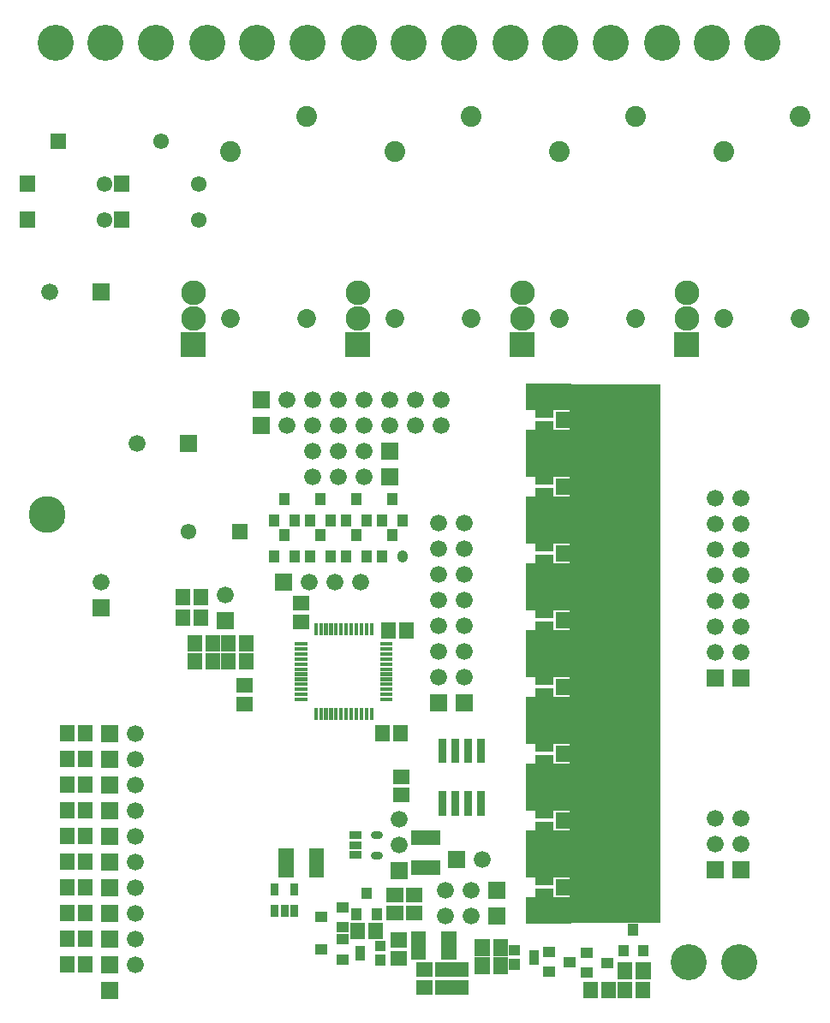
<source format=gbr>
G04 start of page 6 for group -4063 idx -4063 *
G04 Title: (unknown), componentmask *
G04 Creator: pcb 4.1.3 *
G04 CreationDate: Fri Aug 16 20:44:32 2019 UTC *
G04 For: leha *
G04 Format: Gerber/RS-274X *
G04 PCB-Dimensions (mil): 3149.61 3937.01 *
G04 PCB-Coordinate-Origin: lower left *
%MOIN*%
%FSLAX25Y25*%
%LNTOPMASK*%
%ADD90C,0.0400*%
%ADD89C,0.0300*%
%ADD88C,0.1438*%
%ADD87C,0.0960*%
%ADD86C,0.0808*%
%ADD85C,0.0729*%
%ADD84C,0.0610*%
%ADD83C,0.1400*%
%ADD82C,0.0001*%
%ADD81C,0.0660*%
G54D81*X168000Y149701D03*
Y159701D03*
Y169701D03*
Y179701D03*
G54D82*G36*
X164700Y123001D02*Y116401D01*
X171300D01*
Y123001D01*
X164700D01*
G37*
G54D81*X168000Y129701D03*
Y139701D03*
Y189701D03*
X178000D03*
G54D82*G36*
X174700Y123001D02*Y116401D01*
X181300D01*
Y123001D01*
X174700D01*
G37*
G54D81*X178000Y129701D03*
Y139701D03*
Y149701D03*
Y159701D03*
Y169701D03*
Y179701D03*
G54D82*G36*
X272200Y132501D02*Y125901D01*
X278800D01*
Y132501D01*
X272200D01*
G37*
G54D81*X275500Y139201D03*
Y149201D03*
Y159201D03*
Y169201D03*
Y179201D03*
Y189201D03*
Y199201D03*
X285500D03*
G54D82*G36*
X282200Y132501D02*Y125901D01*
X288800D01*
Y132501D01*
X282200D01*
G37*
G54D81*X285500Y139201D03*
Y149201D03*
Y159201D03*
Y169201D03*
Y179201D03*
Y189201D03*
G54D82*G36*
X187200Y40001D02*Y33401D01*
X193800D01*
Y40001D01*
X187200D01*
G37*
G36*
Y50001D02*Y43401D01*
X193800D01*
Y50001D01*
X187200D01*
G37*
G54D81*X180500Y36701D03*
X170500D03*
G54D82*G36*
X171700Y62001D02*Y55401D01*
X178300D01*
Y62001D01*
X171700D01*
G37*
G54D81*X185000Y58701D03*
X180500Y46701D03*
X170500D03*
G54D83*X285000Y18701D03*
X265300D03*
G54D82*G36*
X272200Y58001D02*Y51401D01*
X278800D01*
Y58001D01*
X272200D01*
G37*
G54D81*X275500Y64701D03*
Y74701D03*
G54D82*G36*
X282200Y58001D02*Y51401D01*
X288800D01*
Y58001D01*
X282200D01*
G37*
G54D81*X285500Y64701D03*
Y74701D03*
G54D82*G36*
X104200Y170001D02*Y163401D01*
X110800D01*
Y170001D01*
X104200D01*
G37*
G54D81*X117500Y166701D03*
X127500D03*
X137500D03*
G54D82*G36*
X81700Y155001D02*Y148401D01*
X88300D01*
Y155001D01*
X81700D01*
G37*
G54D81*X85000Y161701D03*
G54D82*G36*
X87550Y189251D02*Y183151D01*
X93650D01*
Y189251D01*
X87550D01*
G37*
G36*
X33200Y160001D02*Y153401D01*
X39800D01*
Y160001D01*
X33200D01*
G37*
G36*
X36700Y111001D02*Y104401D01*
X43300D01*
Y111001D01*
X36700D01*
G37*
G54D81*X50000Y107701D03*
G54D82*G36*
X36700Y101001D02*Y94401D01*
X43300D01*
Y101001D01*
X36700D01*
G37*
G54D84*X70600Y186201D03*
G54D82*G36*
X36700Y41001D02*Y34401D01*
X43300D01*
Y41001D01*
X36700D01*
G37*
G54D81*X50000Y37701D03*
G54D82*G36*
X36700Y51001D02*Y44401D01*
X43300D01*
Y51001D01*
X36700D01*
G37*
G54D81*X50000Y47701D03*
Y97701D03*
Y87701D03*
Y77701D03*
Y67701D03*
Y57701D03*
G54D82*G36*
X36700Y91001D02*Y84401D01*
X43300D01*
Y91001D01*
X36700D01*
G37*
G36*
Y81001D02*Y74401D01*
X43300D01*
Y81001D01*
X36700D01*
G37*
G36*
Y71001D02*Y64401D01*
X43300D01*
Y71001D01*
X36700D01*
G37*
G36*
Y61001D02*Y54401D01*
X43300D01*
Y61001D01*
X36700D01*
G37*
G36*
Y31001D02*Y24401D01*
X43300D01*
Y31001D01*
X36700D01*
G37*
G54D81*X50000Y27701D03*
G54D82*G36*
X36700Y21001D02*Y14401D01*
X43300D01*
Y21001D01*
X36700D01*
G37*
G54D81*X50000Y17701D03*
G54D82*G36*
X36700Y11001D02*Y4401D01*
X43300D01*
Y11001D01*
X36700D01*
G37*
G36*
X145700Y211001D02*Y204401D01*
X152300D01*
Y211001D01*
X145700D01*
G37*
G54D81*X139000Y207701D03*
G54D82*G36*
X145700Y221001D02*Y214401D01*
X152300D01*
Y221001D01*
X145700D01*
G37*
G54D81*X139000Y217701D03*
X129000Y207701D03*
X119000D03*
X129000Y217701D03*
X119000D03*
G54D82*G36*
X149200Y57501D02*Y50901D01*
X155800D01*
Y57501D01*
X149200D01*
G37*
G54D81*X152500Y64201D03*
Y74201D03*
X149000Y227701D03*
X159000D03*
X169000D03*
G54D82*G36*
X95700Y231001D02*Y224401D01*
X102300D01*
Y231001D01*
X95700D01*
G37*
G54D81*X109000Y227701D03*
G54D82*G36*
X95700Y241001D02*Y234401D01*
X102300D01*
Y241001D01*
X95700D01*
G37*
G54D81*X109000Y237701D03*
X119000Y227701D03*
X129000D03*
X139000D03*
X119000Y237701D03*
G54D85*X116500Y269201D03*
G54D81*X129000Y237701D03*
X36500Y166701D03*
G54D82*G36*
X67200Y224001D02*Y217401D01*
X73800D01*
Y224001D01*
X67200D01*
G37*
G54D83*X78000Y376701D03*
X97400D03*
X116800D03*
X137000D03*
X156400D03*
X175800D03*
G54D86*X150972Y334161D03*
X180500Y347941D03*
G54D84*X74500Y307701D03*
G54D86*X86972Y334161D03*
X116500Y347941D03*
G54D84*X74500Y321701D03*
G54D83*X196000Y376701D03*
X215400D03*
X234800D03*
X255000D03*
X274400D03*
X293800D03*
G54D85*X278972Y269201D03*
X308500D03*
G54D86*X278972Y334161D03*
X214972D03*
X308500Y347941D03*
X244500D03*
G54D85*X214972Y269201D03*
X244500D03*
G54D82*G36*
X259700Y264001D02*Y254401D01*
X269300D01*
Y264001D01*
X259700D01*
G37*
G54D87*X264500Y269201D03*
Y279201D03*
G54D81*X139000Y237701D03*
G54D82*G36*
X131700Y264001D02*Y254401D01*
X141300D01*
Y264001D01*
X131700D01*
G37*
G54D87*X136500Y269201D03*
Y279201D03*
G54D85*X150972Y269201D03*
G54D81*X149000Y237701D03*
X159000D03*
X169000D03*
G54D85*X180500Y269201D03*
G54D82*G36*
X195700Y264001D02*Y254401D01*
X205300D01*
Y264001D01*
X195700D01*
G37*
G54D87*X200500Y269201D03*
Y279201D03*
G54D81*X50500Y220701D03*
G54D83*X57800Y376701D03*
G54D84*X60000Y338201D03*
G54D82*G36*
X41450Y310751D02*Y304651D01*
X47550D01*
Y310751D01*
X41450D01*
G37*
G36*
X4950Y324751D02*Y318651D01*
X11050D01*
Y324751D01*
X4950D01*
G37*
G36*
Y310751D02*Y304651D01*
X11050D01*
Y310751D01*
X4950D01*
G37*
G54D84*X38000Y307701D03*
G54D82*G36*
X41450Y324751D02*Y318651D01*
X47550D01*
Y324751D01*
X41450D01*
G37*
G36*
X67700Y264001D02*Y254401D01*
X77300D01*
Y264001D01*
X67700D01*
G37*
G54D87*X72500Y269201D03*
Y279201D03*
G54D85*X86972Y269201D03*
G54D83*X19000Y376701D03*
X38400D03*
G54D82*G36*
X33200Y283001D02*Y276401D01*
X39800D01*
Y283001D01*
X33200D01*
G37*
G54D81*X16500Y279701D03*
G54D82*G36*
X16950Y341251D02*Y335151D01*
X23050D01*
Y341251D01*
X16950D01*
G37*
G54D84*X38000Y321701D03*
G54D88*X15748Y192795D03*
G54D82*G36*
X186000Y105701D02*X183000D01*
Y96201D01*
X186000D01*
Y105701D01*
G37*
G36*
X181000D02*X178000D01*
Y96201D01*
X181000D01*
Y105701D01*
G37*
G36*
X176000D02*X173000D01*
Y96201D01*
X176000D01*
Y105701D01*
G37*
G36*
X171000Y85201D02*X168000D01*
Y75701D01*
X171000D01*
Y85201D01*
G37*
G36*
X176000D02*X173000D01*
Y75701D01*
X176000D01*
Y85201D01*
G37*
G36*
X181000D02*X178000D01*
Y75701D01*
X181000D01*
Y85201D01*
G37*
G36*
X186000D02*X183000D01*
Y75701D01*
X186000D01*
Y85201D01*
G37*
G36*
X171000Y105701D02*X168000D01*
Y96201D01*
X171000D01*
Y105701D01*
G37*
G36*
X155902Y110953D02*X150184D01*
Y104449D01*
X155902D01*
Y110953D01*
G37*
G36*
X148816D02*X143098D01*
Y104449D01*
X148816D01*
Y110953D01*
G37*
G36*
X150248Y93603D02*Y87885D01*
X156752D01*
Y93603D01*
X150248D01*
G37*
G36*
Y86517D02*Y80799D01*
X156752D01*
Y86517D01*
X150248D01*
G37*
G36*
X158402Y150953D02*X152684D01*
Y144449D01*
X158402D01*
Y150953D01*
G37*
G36*
X151316D02*X145598D01*
Y144449D01*
X151316D01*
Y150953D01*
G37*
G36*
X145129Y121576D02*Y120174D01*
X149929D01*
Y121576D01*
X145129D01*
G37*
G36*
Y123544D02*Y122142D01*
X149929D01*
Y123544D01*
X145129D01*
G37*
G36*
Y125513D02*Y124111D01*
X149929D01*
Y125513D01*
X145129D01*
G37*
G36*
Y127481D02*Y126079D01*
X149929D01*
Y127481D01*
X145129D01*
G37*
G36*
Y129450D02*Y128048D01*
X149929D01*
Y129450D01*
X145129D01*
G37*
G36*
Y131418D02*Y130016D01*
X149929D01*
Y131418D01*
X145129D01*
G37*
G36*
Y133387D02*Y131985D01*
X149929D01*
Y133387D01*
X145129D01*
G37*
G36*
Y135355D02*Y133953D01*
X149929D01*
Y135355D01*
X145129D01*
G37*
G36*
Y137324D02*Y135922D01*
X149929D01*
Y137324D01*
X145129D01*
G37*
G36*
Y139292D02*Y137890D01*
X149929D01*
Y139292D01*
X145129D01*
G37*
G36*
Y141261D02*Y139859D01*
X149929D01*
Y141261D01*
X145129D01*
G37*
G36*
Y143229D02*Y141827D01*
X149929D01*
Y143229D01*
X145129D01*
G37*
G36*
X123264Y62815D02*X117546D01*
Y51587D01*
X123264D01*
Y62815D01*
G37*
G36*
X133200Y69601D02*Y66601D01*
X137800D01*
Y69601D01*
X133200D01*
G37*
G36*
Y65701D02*Y62701D01*
X137800D01*
Y65701D01*
X133200D01*
G37*
G36*
Y61801D02*Y58801D01*
X137800D01*
Y61801D01*
X133200D01*
G37*
G36*
X111454Y62815D02*X105736D01*
Y51587D01*
X111454D01*
Y62815D01*
G37*
G36*
X113400Y49201D02*X110400D01*
Y44601D01*
X113400D01*
Y49201D01*
G37*
G36*
X105600D02*X102600D01*
Y44601D01*
X105600D01*
Y49201D01*
G37*
G36*
Y41001D02*X102600D01*
Y36401D01*
X105600D01*
Y41001D01*
G37*
G36*
X109500D02*X106500D01*
Y36401D01*
X109500D01*
Y41001D01*
G37*
G36*
X113400D02*X110400D01*
Y36401D01*
X113400D01*
Y41001D01*
G37*
G36*
X128200Y42001D02*Y38001D01*
X132800D01*
Y42001D01*
X128200D01*
G37*
G36*
X120000Y38101D02*Y34101D01*
X124600D01*
Y38101D01*
X120000D01*
G37*
G36*
X138000Y39501D02*X134000D01*
Y34901D01*
X138000D01*
Y39501D01*
G37*
G36*
X141900Y47701D02*X137900D01*
Y43101D01*
X141900D01*
Y47701D01*
G37*
G36*
X145800Y39501D02*X141800D01*
Y34901D01*
X145800D01*
Y39501D01*
G37*
G54D89*X142900Y60301D02*X144500D01*
X142900Y68101D02*X144500D01*
G54D82*G36*
X157386Y58155D02*Y52437D01*
X168614D01*
Y58155D01*
X157386D01*
G37*
G36*
Y69965D02*Y64247D01*
X168614D01*
Y69965D01*
X157386D01*
G37*
G36*
X147748Y40517D02*Y34799D01*
X154252D01*
Y40517D01*
X147748D01*
G37*
G36*
Y47603D02*Y41885D01*
X154252D01*
Y47603D01*
X147748D01*
G37*
G36*
X155248D02*Y41885D01*
X161752D01*
Y47603D01*
X155248D01*
G37*
G36*
Y40517D02*Y34799D01*
X161752D01*
Y40517D01*
X155248D01*
G37*
G36*
X229816Y10953D02*X224098D01*
Y4449D01*
X229816D01*
Y10953D01*
G37*
G36*
X236902D02*X231184D01*
Y4449D01*
X236902D01*
Y10953D01*
G37*
G36*
X243316D02*X237598D01*
Y4449D01*
X243316D01*
Y10953D01*
G37*
G36*
X250402D02*X244684D01*
Y4449D01*
X250402D01*
Y10953D01*
G37*
G36*
X250445Y18453D02*X244727D01*
Y11949D01*
X250445D01*
Y18453D01*
G37*
G36*
X249600Y25401D02*X245600D01*
Y20801D01*
X249600D01*
Y25401D01*
G37*
G36*
X245700Y33601D02*X241700D01*
Y29001D01*
X245700D01*
Y33601D01*
G37*
G36*
X206952Y23304D02*X203202D01*
Y17586D01*
X206952D01*
Y23304D01*
G37*
G36*
X208500Y24601D02*Y20601D01*
X213100D01*
Y24601D01*
X208500D01*
G37*
G36*
Y16801D02*Y12801D01*
X213100D01*
Y16801D01*
X208500D01*
G37*
G36*
X223200Y24301D02*Y20301D01*
X227800D01*
Y24301D01*
X223200D01*
G37*
G36*
Y16501D02*Y12501D01*
X227800D01*
Y16501D01*
X223200D01*
G37*
G36*
X231400Y20401D02*Y16401D01*
X236000D01*
Y20401D01*
X231400D01*
G37*
G36*
X243359Y18453D02*X237641D01*
Y11949D01*
X243359D01*
Y18453D01*
G37*
G36*
X241800Y25401D02*X237800D01*
Y20801D01*
X241800D01*
Y25401D01*
G37*
G36*
X216700Y20701D02*Y16701D01*
X221300D01*
Y20701D01*
X216700D01*
G37*
G36*
X195328Y25272D02*Y21129D01*
X199472D01*
Y25272D01*
X195328D01*
G37*
G36*
X194859Y27453D02*X189141D01*
Y20949D01*
X194859D01*
Y27453D01*
G37*
G36*
X187773D02*X182055D01*
Y20949D01*
X187773D01*
Y27453D01*
G37*
G36*
X195328Y19761D02*Y15617D01*
X199472D01*
Y19761D01*
X195328D01*
G37*
G36*
X187773Y20453D02*X182055D01*
Y13949D01*
X187773D01*
Y20453D01*
G37*
G36*
X194859D02*X189141D01*
Y13949D01*
X194859D01*
Y20453D01*
G37*
G36*
X159248Y11474D02*Y5756D01*
X165752D01*
Y11474D01*
X159248D01*
G37*
G36*
Y18560D02*Y12842D01*
X165752D01*
Y18560D01*
X159248D01*
G37*
G36*
X173248D02*Y12842D01*
X179752D01*
Y18560D01*
X173248D01*
G37*
G36*
Y11474D02*Y5756D01*
X179752D01*
Y11474D01*
X173248D01*
G37*
G36*
X166748Y18560D02*Y12842D01*
X173252D01*
Y18560D01*
X166748D01*
G37*
G36*
Y11474D02*Y5756D01*
X173252D01*
Y11474D01*
X166748D01*
G37*
G36*
X174764Y30672D02*X169046D01*
Y19444D01*
X174764D01*
Y30672D01*
G37*
G36*
X162954D02*X157236D01*
Y19444D01*
X162954D01*
Y30672D01*
G37*
G36*
X149248Y30103D02*Y24385D01*
X155752D01*
Y30103D01*
X149248D01*
G37*
G36*
Y23017D02*Y17299D01*
X155752D01*
Y23017D01*
X149248D01*
G37*
G36*
X143106Y21517D02*Y17373D01*
X147249D01*
Y21517D01*
X143106D01*
G37*
G36*
Y27028D02*Y22885D01*
X147249D01*
Y27028D01*
X143106D01*
G37*
G36*
X139375Y25060D02*X135625D01*
Y19342D01*
X139375D01*
Y25060D01*
G37*
G36*
X128200Y21701D02*Y17701D01*
X132800D01*
Y21701D01*
X128200D01*
G37*
G36*
Y29501D02*Y25501D01*
X132800D01*
Y29501D01*
X128200D01*
G37*
G36*
X120000Y25601D02*Y21601D01*
X124600D01*
Y25601D01*
X120000D01*
G37*
G36*
X128200Y34201D02*Y30201D01*
X132800D01*
Y34201D01*
X128200D01*
G37*
G36*
X139316Y33953D02*X133598D01*
Y27449D01*
X139316D01*
Y33953D01*
G37*
G36*
X146402D02*X140684D01*
Y27449D01*
X146402D01*
Y33953D01*
G37*
G36*
X205500Y54901D02*Y48501D01*
X212500D01*
Y54901D01*
X205500D01*
G37*
G36*
X213700Y51001D02*Y44601D01*
X220700D01*
Y51001D01*
X213700D01*
G37*
G36*
X201853Y43764D02*Y33528D01*
X219570D01*
Y43764D01*
X201853D01*
G37*
G36*
Y61874D02*Y51638D01*
X219570D01*
Y61874D01*
X201853D01*
G37*
G36*
Y69764D02*Y59528D01*
X219570D01*
Y69764D01*
X201853D01*
G37*
G36*
X205500Y47101D02*Y40701D01*
X212500D01*
Y47101D01*
X205500D01*
G37*
G36*
Y80901D02*Y74501D01*
X212500D01*
Y80901D01*
X205500D01*
G37*
G36*
X213700Y77001D02*Y70601D01*
X220700D01*
Y77001D01*
X213700D01*
G37*
G36*
X205500Y73101D02*Y66701D01*
X212500D01*
Y73101D01*
X205500D01*
G37*
G36*
X33402Y30953D02*X27684D01*
Y24449D01*
X33402D01*
Y30953D01*
G37*
G36*
Y50953D02*X27684D01*
Y44449D01*
X33402D01*
Y50953D01*
G37*
G36*
Y40953D02*X27684D01*
Y34449D01*
X33402D01*
Y40953D01*
G37*
G36*
X26316Y30953D02*X20598D01*
Y24449D01*
X26316D01*
Y30953D01*
G37*
G36*
Y60953D02*X20598D01*
Y54449D01*
X26316D01*
Y60953D01*
G37*
G36*
Y50953D02*X20598D01*
Y44449D01*
X26316D01*
Y50953D01*
G37*
G36*
Y80953D02*X20598D01*
Y74449D01*
X26316D01*
Y80953D01*
G37*
G36*
Y70953D02*X20598D01*
Y64449D01*
X26316D01*
Y70953D01*
G37*
G36*
Y40953D02*X20598D01*
Y34449D01*
X26316D01*
Y40953D01*
G37*
G36*
X33402Y20953D02*X27684D01*
Y14449D01*
X33402D01*
Y20953D01*
G37*
G36*
X26316D02*X20598D01*
Y14449D01*
X26316D01*
Y20953D01*
G37*
G36*
X33402Y60953D02*X27684D01*
Y54449D01*
X33402D01*
Y60953D01*
G37*
G36*
Y80953D02*X27684D01*
Y74449D01*
X33402D01*
Y80953D01*
G37*
G36*
Y70953D02*X27684D01*
Y64449D01*
X33402D01*
Y70953D01*
G37*
G36*
Y90953D02*X27684D01*
Y84449D01*
X33402D01*
Y90953D01*
G37*
G36*
Y100953D02*X27684D01*
Y94449D01*
X33402D01*
Y100953D01*
G37*
G36*
Y110953D02*X27684D01*
Y104449D01*
X33402D01*
Y110953D01*
G37*
G36*
X26316Y90953D02*X20598D01*
Y84449D01*
X26316D01*
Y90953D01*
G37*
G36*
Y100953D02*X20598D01*
Y94449D01*
X26316D01*
Y100953D01*
G37*
G36*
Y110953D02*X20598D01*
Y104449D01*
X26316D01*
Y110953D01*
G37*
G36*
X111248Y161146D02*Y155428D01*
X117752D01*
Y161146D01*
X111248D01*
G37*
G36*
Y154060D02*Y148342D01*
X117752D01*
Y154060D01*
X111248D01*
G37*
G36*
X112071Y143228D02*Y141826D01*
X116871D01*
Y143228D01*
X112071D01*
G37*
G36*
Y141260D02*Y139858D01*
X116871D01*
Y141260D01*
X112071D01*
G37*
G36*
Y139291D02*Y137889D01*
X116871D01*
Y139291D01*
X112071D01*
G37*
G36*
Y137323D02*Y135921D01*
X116871D01*
Y137323D01*
X112071D01*
G37*
G36*
Y135354D02*Y133952D01*
X116871D01*
Y135354D01*
X112071D01*
G37*
G36*
X106000Y179001D02*X102000D01*
Y174401D01*
X106000D01*
Y179001D01*
G37*
G36*
X113800D02*X109800D01*
Y174401D01*
X113800D01*
Y179001D01*
G37*
G36*
X109900Y187201D02*X105900D01*
Y182601D01*
X109900D01*
Y187201D01*
G37*
G36*
X106000Y193001D02*X102000D01*
Y188401D01*
X106000D01*
Y193001D01*
G37*
G36*
X113800D02*X109800D01*
Y188401D01*
X113800D01*
Y193001D01*
G37*
G36*
X109900Y201201D02*X105900D01*
Y196601D01*
X109900D01*
Y201201D01*
G37*
G36*
X120000Y179001D02*X116000D01*
Y174401D01*
X120000D01*
Y179001D01*
G37*
G36*
X123900Y187201D02*X119900D01*
Y182601D01*
X123900D01*
Y187201D01*
G37*
G36*
X120000Y193001D02*X116000D01*
Y188401D01*
X120000D01*
Y193001D01*
G37*
G36*
X123900Y201201D02*X119900D01*
Y196601D01*
X123900D01*
Y201201D01*
G37*
G36*
X127800Y179001D02*X123800D01*
Y174401D01*
X127800D01*
Y179001D01*
G37*
G36*
X134000D02*X130000D01*
Y174401D01*
X134000D01*
Y179001D01*
G37*
G36*
Y193001D02*X130000D01*
Y188401D01*
X134000D01*
Y193001D01*
G37*
G36*
X127800D02*X123800D01*
Y188401D01*
X127800D01*
Y193001D01*
G37*
G36*
X141800Y179001D02*X137800D01*
Y174401D01*
X141800D01*
Y179001D01*
G37*
G36*
X137900Y187201D02*X133900D01*
Y182601D01*
X137900D01*
Y187201D01*
G37*
G36*
X148000Y179001D02*X144000D01*
Y174401D01*
X148000D01*
Y179001D01*
G37*
G36*
X141800Y193001D02*X137800D01*
Y188401D01*
X141800D01*
Y193001D01*
G37*
G54D90*X153800Y177001D02*Y176401D01*
G54D82*G36*
X151900Y187201D02*X147900D01*
Y182601D01*
X151900D01*
Y187201D01*
G37*
G36*
X148000Y193001D02*X144000D01*
Y188401D01*
X148000D01*
Y193001D01*
G37*
G36*
X155800D02*X151800D01*
Y188401D01*
X155800D01*
Y193001D01*
G37*
G36*
X151900Y201201D02*X147900D01*
Y196601D01*
X151900D01*
Y201201D01*
G37*
G36*
X137900D02*X133900D01*
Y196601D01*
X137900D01*
Y201201D01*
G37*
G36*
X89248Y129146D02*Y123428D01*
X95752D01*
Y129146D01*
X89248D01*
G37*
G36*
Y122060D02*Y116342D01*
X95752D01*
Y122060D01*
X89248D01*
G37*
G36*
X88816Y138953D02*X83098D01*
Y132449D01*
X88816D01*
Y138953D01*
G37*
G36*
X95902D02*X90184D01*
Y132449D01*
X95902D01*
Y138953D01*
G37*
G36*
Y145953D02*X90184D01*
Y139449D01*
X95902D01*
Y145953D01*
G37*
G36*
X82902Y138953D02*X77184D01*
Y132449D01*
X82902D01*
Y138953D01*
G37*
G36*
X75816D02*X70098D01*
Y132449D01*
X75816D01*
Y138953D01*
G37*
G36*
Y145953D02*X70098D01*
Y139449D01*
X75816D01*
Y145953D01*
G37*
G36*
X82902D02*X77184D01*
Y139449D01*
X82902D01*
Y145953D01*
G37*
G36*
X88816D02*X83098D01*
Y139449D01*
X88816D01*
Y145953D01*
G37*
G36*
X112071Y133386D02*Y131984D01*
X116871D01*
Y133386D01*
X112071D01*
G37*
G36*
Y131417D02*Y130015D01*
X116871D01*
Y131417D01*
X112071D01*
G37*
G36*
Y129449D02*Y128047D01*
X116871D01*
Y129449D01*
X112071D01*
G37*
G36*
Y127480D02*Y126078D01*
X116871D01*
Y127480D01*
X112071D01*
G37*
G36*
Y125512D02*Y124110D01*
X116871D01*
Y125512D01*
X112071D01*
G37*
G36*
Y123543D02*Y122141D01*
X116871D01*
Y123543D01*
X112071D01*
G37*
G36*
Y121575D02*Y120173D01*
X116871D01*
Y121575D01*
X112071D01*
G37*
G36*
X120875Y117572D02*X119473D01*
Y112772D01*
X120875D01*
Y117572D01*
G37*
G36*
X122843D02*X121441D01*
Y112772D01*
X122843D01*
Y117572D01*
G37*
G36*
X124812D02*X123410D01*
Y112772D01*
X124812D01*
Y117572D01*
G37*
G36*
X126780D02*X125378D01*
Y112772D01*
X126780D01*
Y117572D01*
G37*
G36*
X128749D02*X127347D01*
Y112772D01*
X128749D01*
Y117572D01*
G37*
G36*
X130717D02*X129315D01*
Y112772D01*
X130717D01*
Y117572D01*
G37*
G36*
X132686D02*X131284D01*
Y112772D01*
X132686D01*
Y117572D01*
G37*
G36*
X134654D02*X133252D01*
Y112772D01*
X134654D01*
Y117572D01*
G37*
G36*
X136623D02*X135221D01*
Y112772D01*
X136623D01*
Y117572D01*
G37*
G36*
X138591D02*X137189D01*
Y112772D01*
X138591D01*
Y117572D01*
G37*
G36*
X140560D02*X139158D01*
Y112772D01*
X140560D01*
Y117572D01*
G37*
G36*
X142528D02*X141126D01*
Y112772D01*
X142528D01*
Y117572D01*
G37*
G36*
X142527Y150630D02*X141125D01*
Y145830D01*
X142527D01*
Y150630D01*
G37*
G36*
X140559D02*X139157D01*
Y145830D01*
X140559D01*
Y150630D01*
G37*
G36*
X138590D02*X137188D01*
Y145830D01*
X138590D01*
Y150630D01*
G37*
G36*
X136622D02*X135220D01*
Y145830D01*
X136622D01*
Y150630D01*
G37*
G36*
X134653D02*X133251D01*
Y145830D01*
X134653D01*
Y150630D01*
G37*
G36*
X132685D02*X131283D01*
Y145830D01*
X132685D01*
Y150630D01*
G37*
G36*
X130716D02*X129314D01*
Y145830D01*
X130716D01*
Y150630D01*
G37*
G36*
X128748D02*X127346D01*
Y145830D01*
X128748D01*
Y150630D01*
G37*
G36*
X126779D02*X125377D01*
Y145830D01*
X126779D01*
Y150630D01*
G37*
G36*
X124811D02*X123409D01*
Y145830D01*
X124811D01*
Y150630D01*
G37*
G36*
X122842D02*X121440D01*
Y145830D01*
X122842D01*
Y150630D01*
G37*
G36*
X120874D02*X119472D01*
Y145830D01*
X120874D01*
Y150630D01*
G37*
G36*
X71316Y155953D02*X65598D01*
Y149449D01*
X71316D01*
Y155953D01*
G37*
G36*
X78402D02*X72684D01*
Y149449D01*
X78402D01*
Y155953D01*
G37*
G36*
X71316Y163953D02*X65598D01*
Y157449D01*
X71316D01*
Y163953D01*
G37*
G36*
X78402D02*X72684D01*
Y157449D01*
X78402D01*
Y163953D01*
G37*
G36*
X218783Y61480D02*Y33921D01*
X254217D01*
Y61480D01*
X218783D01*
G37*
G36*
Y87480D02*Y59921D01*
X254217D01*
Y87480D01*
X218783D01*
G37*
G36*
Y113480D02*Y85921D01*
X254217D01*
Y113480D01*
X218783D01*
G37*
G36*
X201853Y87874D02*Y77638D01*
X219570D01*
Y87874D01*
X201853D01*
G37*
G36*
Y95764D02*Y85528D01*
X219570D01*
Y95764D01*
X201853D01*
G37*
G36*
X205500Y99101D02*Y92701D01*
X212500D01*
Y99101D01*
X205500D01*
G37*
G36*
X201853Y113874D02*Y103638D01*
X219570D01*
Y113874D01*
X201853D01*
G37*
G36*
X205500Y106901D02*Y100501D01*
X212500D01*
Y106901D01*
X205500D01*
G37*
G36*
X213700Y103001D02*Y96601D01*
X220700D01*
Y103001D01*
X213700D01*
G37*
G36*
X201853Y121764D02*Y111528D01*
X219570D01*
Y121764D01*
X201853D01*
G37*
G36*
Y139874D02*Y129638D01*
X219570D01*
Y139874D01*
X201853D01*
G37*
G36*
Y147764D02*Y137528D01*
X219570D01*
Y147764D01*
X201853D01*
G37*
G36*
X205500Y151101D02*Y144701D01*
X212500D01*
Y151101D01*
X205500D01*
G37*
G36*
Y132901D02*Y126501D01*
X212500D01*
Y132901D01*
X205500D01*
G37*
G36*
X213700Y129001D02*Y122601D01*
X220700D01*
Y129001D01*
X213700D01*
G37*
G36*
X205500Y125101D02*Y118701D01*
X212500D01*
Y125101D01*
X205500D01*
G37*
G36*
X201853Y165874D02*Y155638D01*
X219570D01*
Y165874D01*
X201853D01*
G37*
G36*
X205500Y158901D02*Y152501D01*
X212500D01*
Y158901D01*
X205500D01*
G37*
G36*
X213700Y155001D02*Y148601D01*
X220700D01*
Y155001D01*
X213700D01*
G37*
G36*
X201853Y173764D02*Y163528D01*
X219570D01*
Y173764D01*
X201853D01*
G37*
G36*
Y191874D02*Y181638D01*
X219570D01*
Y191874D01*
X201853D01*
G37*
G36*
X205500Y184901D02*Y178501D01*
X212500D01*
Y184901D01*
X205500D01*
G37*
G36*
X213700Y181001D02*Y174601D01*
X220700D01*
Y181001D01*
X213700D01*
G37*
G36*
X205500Y177101D02*Y170701D01*
X212500D01*
Y177101D01*
X205500D01*
G37*
G36*
X218783Y139480D02*Y111921D01*
X254217D01*
Y139480D01*
X218783D01*
G37*
G36*
Y165480D02*Y137921D01*
X254217D01*
Y165480D01*
X218783D01*
G37*
G36*
Y191480D02*Y163921D01*
X254217D01*
Y191480D01*
X218783D01*
G37*
G36*
Y217480D02*Y189921D01*
X254217D01*
Y217480D01*
X218783D01*
G37*
G36*
Y243480D02*Y215921D01*
X254217D01*
Y243480D01*
X218783D01*
G37*
G36*
X213700Y233001D02*Y226601D01*
X220700D01*
Y233001D01*
X213700D01*
G37*
G36*
X201853Y199764D02*Y189528D01*
X219570D01*
Y199764D01*
X201853D01*
G37*
G36*
X205500Y203101D02*Y196701D01*
X212500D01*
Y203101D01*
X205500D01*
G37*
G36*
X201853Y217874D02*Y207638D01*
X219570D01*
Y217874D01*
X201853D01*
G37*
G36*
X205500Y210901D02*Y204501D01*
X212500D01*
Y210901D01*
X205500D01*
G37*
G36*
X213700Y207001D02*Y200601D01*
X220700D01*
Y207001D01*
X213700D01*
G37*
G36*
X201853Y225764D02*Y215528D01*
X219570D01*
Y225764D01*
X201853D01*
G37*
G36*
Y243874D02*Y233638D01*
X219570D01*
Y243874D01*
X201853D01*
G37*
G36*
X205500Y236901D02*Y230501D01*
X212500D01*
Y236901D01*
X205500D01*
G37*
G36*
Y229101D02*Y222701D01*
X212500D01*
Y229101D01*
X205500D01*
G37*
M02*

</source>
